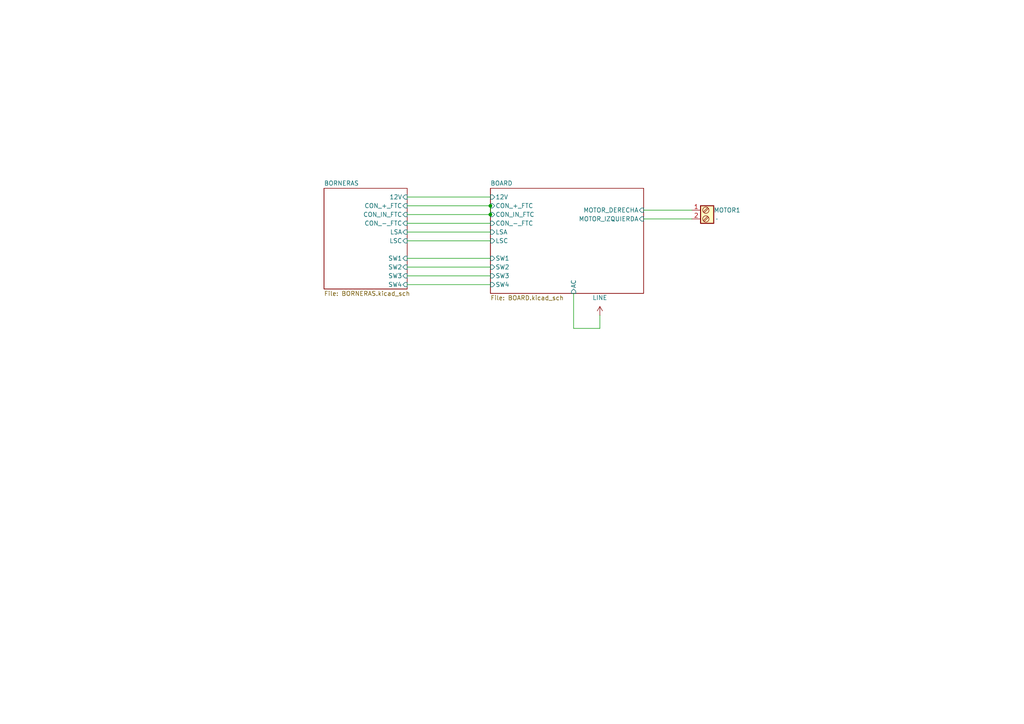
<source format=kicad_sch>
(kicad_sch
	(version 20250114)
	(generator "eeschema")
	(generator_version "9.0")
	(uuid "0074ed61-f346-42bd-a29d-d171d80548f4")
	(paper "A4")
	(lib_symbols
		(symbol "PCM_SL_Screw_Terminal:Screw_Terminal_2_P5.00mm"
			(exclude_from_sim no)
			(in_bom yes)
			(on_board yes)
			(property "Reference" "J"
				(at 0 3.81 0)
				(effects
					(font
						(size 1.27 1.27)
					)
				)
			)
			(property "Value" "Screw_Terminal_2_P5.00mm"
				(at 0 -3.81 0)
				(effects
					(font
						(size 1.27 1.27)
					)
				)
			)
			(property "Footprint" "TerminalBlock_Phoenix:TerminalBlock_Phoenix_PT-1,5-2-5.0-H_1x02_P5.00mm_Horizontal"
				(at 1.27 -6.35 0)
				(effects
					(font
						(size 1.27 1.27)
					)
					(hide yes)
				)
			)
			(property "Datasheet" ""
				(at 0 0 0)
				(effects
					(font
						(size 1.27 1.27)
					)
					(hide yes)
				)
			)
			(property "Description" ""
				(at 0 0 0)
				(effects
					(font
						(size 1.27 1.27)
					)
					(hide yes)
				)
			)
			(property "ki_keywords" "Screw Terminal"
				(at 0 0 0)
				(effects
					(font
						(size 1.27 1.27)
					)
					(hide yes)
				)
			)
			(symbol "Screw_Terminal_2_P5.00mm_0_1"
				(rectangle
					(start -1.27 2.54)
					(end 2.54 -2.54)
					(stroke
						(width 0.3)
						(type default)
					)
					(fill
						(type background)
					)
				)
				(polyline
					(pts
						(xy -0.254 0.508) (xy 1.016 1.778)
					)
					(stroke
						(width 0)
						(type default)
					)
					(fill
						(type none)
					)
				)
				(polyline
					(pts
						(xy -0.254 -2.032) (xy 1.016 -0.762)
					)
					(stroke
						(width 0)
						(type default)
					)
					(fill
						(type none)
					)
				)
				(polyline
					(pts
						(xy 0 1.27) (xy -0.508 0.762) (xy 0.762 2.032)
					)
					(stroke
						(width 0)
						(type default)
					)
					(fill
						(type none)
					)
				)
				(polyline
					(pts
						(xy 0 -1.27) (xy -0.508 -1.778) (xy 0.762 -0.508)
					)
					(stroke
						(width 0)
						(type default)
					)
					(fill
						(type none)
					)
				)
				(circle
					(center 0.254 1.27)
					(radius 0.9158)
					(stroke
						(width 0)
						(type default)
					)
					(fill
						(type none)
					)
				)
				(circle
					(center 0.254 -1.27)
					(radius 0.9158)
					(stroke
						(width 0)
						(type default)
					)
					(fill
						(type none)
					)
				)
			)
			(symbol "Screw_Terminal_2_P5.00mm_1_1"
				(pin passive line
					(at -3.81 1.27 0)
					(length 2.54)
					(name ""
						(effects
							(font
								(size 1.27 1.27)
							)
						)
					)
					(number "1"
						(effects
							(font
								(size 1.27 1.27)
							)
						)
					)
				)
				(pin passive line
					(at -3.81 -1.27 0)
					(length 2.54)
					(name ""
						(effects
							(font
								(size 1.27 1.27)
							)
						)
					)
					(number "2"
						(effects
							(font
								(size 1.27 1.27)
							)
						)
					)
				)
			)
			(embedded_fonts no)
		)
		(symbol "power:LINE"
			(power)
			(pin_numbers
				(hide yes)
			)
			(pin_names
				(offset 0)
				(hide yes)
			)
			(exclude_from_sim no)
			(in_bom yes)
			(on_board yes)
			(property "Reference" "#PWR"
				(at 0 -3.81 0)
				(effects
					(font
						(size 1.27 1.27)
					)
					(hide yes)
				)
			)
			(property "Value" "LINE"
				(at 0 3.556 0)
				(effects
					(font
						(size 1.27 1.27)
					)
				)
			)
			(property "Footprint" ""
				(at 0 0 0)
				(effects
					(font
						(size 1.27 1.27)
					)
					(hide yes)
				)
			)
			(property "Datasheet" ""
				(at 0 0 0)
				(effects
					(font
						(size 1.27 1.27)
					)
					(hide yes)
				)
			)
			(property "Description" "Power symbol creates a global label with name \"LINE\""
				(at 0 0 0)
				(effects
					(font
						(size 1.27 1.27)
					)
					(hide yes)
				)
			)
			(property "ki_keywords" "global power"
				(at 0 0 0)
				(effects
					(font
						(size 1.27 1.27)
					)
					(hide yes)
				)
			)
			(symbol "LINE_0_1"
				(polyline
					(pts
						(xy -0.762 1.27) (xy 0 2.54)
					)
					(stroke
						(width 0)
						(type default)
					)
					(fill
						(type none)
					)
				)
				(polyline
					(pts
						(xy 0 2.54) (xy 0.762 1.27)
					)
					(stroke
						(width 0)
						(type default)
					)
					(fill
						(type none)
					)
				)
				(polyline
					(pts
						(xy 0 0) (xy 0 2.54)
					)
					(stroke
						(width 0)
						(type default)
					)
					(fill
						(type none)
					)
				)
			)
			(symbol "LINE_1_1"
				(pin power_in line
					(at 0 0 90)
					(length 0)
					(name "~"
						(effects
							(font
								(size 1.27 1.27)
							)
						)
					)
					(number "1"
						(effects
							(font
								(size 1.27 1.27)
							)
						)
					)
				)
			)
			(embedded_fonts no)
		)
	)
	(junction
		(at 142.24 62.23)
		(diameter 0)
		(color 0 0 0 0)
		(uuid "9c4f8eb9-0a42-4418-8782-ec7385b3645c")
	)
	(junction
		(at 142.24 59.69)
		(diameter 0)
		(color 0 0 0 0)
		(uuid "d30a772c-de26-4ed9-a6c0-8d636fd9c78a")
	)
	(wire
		(pts
			(xy 118.11 57.15) (xy 142.24 57.15)
		)
		(stroke
			(width 0)
			(type default)
		)
		(uuid "166221ff-dc33-4bb3-a27a-dbffbee1fd84")
	)
	(wire
		(pts
			(xy 118.11 59.69) (xy 142.24 59.69)
		)
		(stroke
			(width 0)
			(type default)
		)
		(uuid "22c3b77a-9c89-41a0-98c3-c41ce8498936")
	)
	(wire
		(pts
			(xy 118.11 62.23) (xy 142.24 62.23)
		)
		(stroke
			(width 0)
			(type default)
		)
		(uuid "32a6812a-87a7-45cc-aa89-ff9cb16afd1e")
	)
	(wire
		(pts
			(xy 118.11 74.93) (xy 142.24 74.93)
		)
		(stroke
			(width 0)
			(type default)
		)
		(uuid "4cb1b806-9af8-4bc0-9c37-6215c379ce29")
	)
	(wire
		(pts
			(xy 186.69 60.96) (xy 200.66 60.96)
		)
		(stroke
			(width 0)
			(type default)
		)
		(uuid "4cce0a76-d54f-43ab-aa30-1a588a60748e")
	)
	(wire
		(pts
			(xy 118.11 82.55) (xy 142.24 82.55)
		)
		(stroke
			(width 0)
			(type default)
		)
		(uuid "53fff0dc-45c7-4f32-8742-9a33fcfc94c3")
	)
	(wire
		(pts
			(xy 118.11 80.01) (xy 142.24 80.01)
		)
		(stroke
			(width 0)
			(type default)
		)
		(uuid "5849c85b-34b1-420b-af3d-cbc200d58269")
	)
	(wire
		(pts
			(xy 118.11 69.85) (xy 142.24 69.85)
		)
		(stroke
			(width 0)
			(type default)
		)
		(uuid "7ed0f16f-8e53-4976-9af1-1d259129adc7")
	)
	(wire
		(pts
			(xy 173.99 91.44) (xy 173.99 95.25)
		)
		(stroke
			(width 0)
			(type default)
		)
		(uuid "9601fe0e-26be-42f2-a6d5-269e8e49b1df")
	)
	(wire
		(pts
			(xy 142.24 62.23) (xy 142.24 59.69)
		)
		(stroke
			(width 0)
			(type default)
		)
		(uuid "b51e5e1d-b4ed-40a2-b2dd-31e2b3aff7fd")
	)
	(wire
		(pts
			(xy 186.69 63.5) (xy 200.66 63.5)
		)
		(stroke
			(width 0)
			(type default)
		)
		(uuid "b760d144-e1c9-4a40-9588-1d8bb93c39cf")
	)
	(wire
		(pts
			(xy 118.11 64.77) (xy 142.24 64.77)
		)
		(stroke
			(width 0)
			(type default)
		)
		(uuid "b9d09b06-b744-4179-ba4b-0a8bf6d0f4da")
	)
	(wire
		(pts
			(xy 173.99 95.25) (xy 166.37 95.25)
		)
		(stroke
			(width 0)
			(type default)
		)
		(uuid "bc990a47-2449-4f31-a2b1-325ae657dbf4")
	)
	(wire
		(pts
			(xy 166.37 95.25) (xy 166.37 85.09)
		)
		(stroke
			(width 0)
			(type default)
		)
		(uuid "c21bd1ea-bfad-41ec-b65e-112213a196c6")
	)
	(wire
		(pts
			(xy 118.11 67.31) (xy 142.24 67.31)
		)
		(stroke
			(width 0)
			(type default)
		)
		(uuid "cbffdd1c-eaee-457d-978b-de2775a43ab4")
	)
	(wire
		(pts
			(xy 118.11 77.47) (xy 142.24 77.47)
		)
		(stroke
			(width 0)
			(type default)
		)
		(uuid "ec87b7d2-87e4-4e06-9817-da3ce37276d1")
	)
	(symbol
		(lib_id "power:LINE")
		(at 173.99 91.44 0)
		(unit 1)
		(exclude_from_sim no)
		(in_bom yes)
		(on_board yes)
		(dnp no)
		(fields_autoplaced yes)
		(uuid "a55b0360-1e26-45ec-a94f-91a3598afc1f")
		(property "Reference" "#PWR04"
			(at 173.99 95.25 0)
			(effects
				(font
					(size 1.27 1.27)
				)
				(hide yes)
			)
		)
		(property "Value" "LINE"
			(at 173.99 86.36 0)
			(effects
				(font
					(size 1.27 1.27)
				)
			)
		)
		(property "Footprint" ""
			(at 173.99 91.44 0)
			(effects
				(font
					(size 1.27 1.27)
				)
				(hide yes)
			)
		)
		(property "Datasheet" ""
			(at 173.99 91.44 0)
			(effects
				(font
					(size 1.27 1.27)
				)
				(hide yes)
			)
		)
		(property "Description" "Power symbol creates a global label with name \"LINE\""
			(at 173.99 91.44 0)
			(effects
				(font
					(size 1.27 1.27)
				)
				(hide yes)
			)
		)
		(pin "1"
			(uuid "31f4cc17-9147-4f9e-be2f-2d50f3e23b16")
		)
		(instances
			(project ""
				(path "/0074ed61-f346-42bd-a29d-d171d80548f4"
					(reference "#PWR04")
					(unit 1)
				)
			)
		)
	)
	(symbol
		(lib_id "PCM_SL_Screw_Terminal:Screw_Terminal_2_P5.00mm")
		(at 204.47 62.23 0)
		(unit 1)
		(exclude_from_sim no)
		(in_bom yes)
		(on_board yes)
		(dnp no)
		(uuid "d0a6be3b-74eb-46ff-9805-80e30846cf39")
		(property "Reference" "MOTOR1"
			(at 207.01 60.9599 0)
			(effects
				(font
					(size 1.27 1.27)
				)
				(justify left)
			)
		)
		(property "Value" "-"
			(at 207.01 63.4999 0)
			(effects
				(font
					(face "Verdana")
					(size 1.27 1.27)
				)
				(justify left)
			)
		)
		(property "Footprint" "TerminalBlock_Phoenix:TerminalBlock_Phoenix_PT-1,5-2-5.0-H_1x02_P5.00mm_Horizontal"
			(at 205.74 68.58 0)
			(effects
				(font
					(size 1.27 1.27)
				)
				(hide yes)
			)
		)
		(property "Datasheet" "~"
			(at 204.47 62.23 0)
			(effects
				(font
					(size 1.27 1.27)
				)
				(hide yes)
			)
		)
		(property "Description" "Generic screw terminal, single row, 01x03, script generated (kicad-library-utils/schlib/autogen/connector/)"
			(at 204.47 62.23 0)
			(effects
				(font
					(size 1.27 1.27)
				)
				(hide yes)
			)
		)
		(pin "1"
			(uuid "97561895-b3ab-46df-af28-d16d9dfa64f0")
		)
		(pin "2"
			(uuid "7d022a32-cdf7-4c85-8356-5bff5e5ef3c5")
		)
		(instances
			(project "PLACA"
				(path "/0074ed61-f346-42bd-a29d-d171d80548f4"
					(reference "MOTOR1")
					(unit 1)
				)
			)
		)
	)
	(sheet
		(at 142.24 54.61)
		(size 44.45 30.48)
		(exclude_from_sim no)
		(in_bom yes)
		(on_board yes)
		(dnp no)
		(fields_autoplaced yes)
		(stroke
			(width 0.1524)
			(type solid)
		)
		(fill
			(color 0 0 0 0.0000)
		)
		(uuid "510462ea-d4f2-4035-93d1-12ab41753ca9")
		(property "Sheetname" "BOARD"
			(at 142.24 53.8984 0)
			(effects
				(font
					(size 1.27 1.27)
				)
				(justify left bottom)
			)
		)
		(property "Sheetfile" "BOARD.kicad_sch"
			(at 142.24 85.6746 0)
			(effects
				(font
					(size 1.27 1.27)
				)
				(justify left top)
			)
		)
		(pin "12V" input
			(at 142.24 57.15 180)
			(uuid "d2a63b7a-1a67-4be4-a111-d34352421a28")
			(effects
				(font
					(size 1.27 1.27)
				)
				(justify left)
			)
		)
		(pin "AC" input
			(at 166.37 85.09 270)
			(uuid "464e78e0-8bb3-4e27-9bea-d54a39287d25")
			(effects
				(font
					(size 1.27 1.27)
				)
				(justify left)
			)
		)
		(pin "LSA" input
			(at 142.24 67.31 180)
			(uuid "5c41fa85-c5e1-4d73-9e33-aa1d5f3db669")
			(effects
				(font
					(size 1.27 1.27)
				)
				(justify left)
			)
		)
		(pin "LSC" input
			(at 142.24 69.85 180)
			(uuid "2450dc30-af3b-4a6e-812a-2f9463fc7d92")
			(effects
				(font
					(size 1.27 1.27)
				)
				(justify left)
			)
		)
		(pin "MOTOR_DERECHA" input
			(at 186.69 60.96 0)
			(uuid "ed880f9b-faa2-4f58-9cff-6740cd71be9c")
			(effects
				(font
					(size 1.27 1.27)
				)
				(justify right)
			)
		)
		(pin "MOTOR_IZQUIERDA" input
			(at 186.69 63.5 0)
			(uuid "b77888d9-f22c-4e28-984d-3165ca1e6927")
			(effects
				(font
					(size 1.27 1.27)
				)
				(justify right)
			)
		)
		(pin "SW1" input
			(at 142.24 74.93 180)
			(uuid "54bb989d-4c75-4641-82f2-9a4f19b308f5")
			(effects
				(font
					(size 1.27 1.27)
				)
				(justify left)
			)
		)
		(pin "SW2" input
			(at 142.24 77.47 180)
			(uuid "4be15fdd-aa93-45de-a86a-3e305a339fe2")
			(effects
				(font
					(size 1.27 1.27)
				)
				(justify left)
			)
		)
		(pin "SW3" input
			(at 142.24 80.01 180)
			(uuid "c01334c2-6ce3-4c3d-ab6b-8f8ff45d4faa")
			(effects
				(font
					(size 1.27 1.27)
				)
				(justify left)
			)
		)
		(pin "SW4" input
			(at 142.24 82.55 180)
			(uuid "cf1137d3-f9c4-45d6-9119-daec91e2f0eb")
			(effects
				(font
					(size 1.27 1.27)
				)
				(justify left)
			)
		)
		(pin "CON_+_FTC" input
			(at 142.24 59.69 180)
			(uuid "125201bd-b8d2-46ee-b631-6b917293f04b")
			(effects
				(font
					(size 1.27 1.27)
				)
				(justify left)
			)
		)
		(pin "CON_-_FTC" input
			(at 142.24 64.77 180)
			(uuid "457f332f-ce7a-487a-88c6-03fb6f9200ea")
			(effects
				(font
					(size 1.27 1.27)
				)
				(justify left)
			)
		)
		(pin "CON_IN_FTC" input
			(at 142.24 62.23 180)
			(uuid "550f25d5-50f8-4f05-b056-8fc370cb4ecf")
			(effects
				(font
					(size 1.27 1.27)
				)
				(justify left)
			)
		)
		(instances
			(project "PLACA"
				(path "/0074ed61-f346-42bd-a29d-d171d80548f4"
					(page "3")
				)
			)
		)
	)
	(sheet
		(at 93.98 54.61)
		(size 24.13 29.21)
		(exclude_from_sim no)
		(in_bom yes)
		(on_board yes)
		(dnp no)
		(fields_autoplaced yes)
		(stroke
			(width 0.1524)
			(type solid)
		)
		(fill
			(color 0 0 0 0.0000)
		)
		(uuid "6fce9404-e751-4708-8a73-d8c99f607843")
		(property "Sheetname" "BORNERAS"
			(at 93.98 53.8984 0)
			(effects
				(font
					(size 1.27 1.27)
				)
				(justify left bottom)
			)
		)
		(property "Sheetfile" "BORNERAS.kicad_sch"
			(at 93.98 84.4046 0)
			(effects
				(font
					(size 1.27 1.27)
				)
				(justify left top)
			)
		)
		(property "Field2" ""
			(at 93.98 54.61 0)
			(effects
				(font
					(size 1.27 1.27)
				)
			)
		)
		(pin "12V" input
			(at 118.11 57.15 0)
			(uuid "eb51969e-9d3d-4937-bf8b-4643302050ce")
			(effects
				(font
					(size 1.27 1.27)
				)
				(justify right)
			)
		)
		(pin "CON_+_FTC" input
			(at 118.11 59.69 0)
			(uuid "23454379-1616-44ca-af36-8366440470ea")
			(effects
				(font
					(size 1.27 1.27)
				)
				(justify right)
			)
		)
		(pin "CON_-_FTC" input
			(at 118.11 64.77 0)
			(uuid "f1f0ba3f-dbfb-4519-a4bb-465ef5c1b245")
			(effects
				(font
					(size 1.27 1.27)
				)
				(justify right)
			)
		)
		(pin "CON_IN_FTC" input
			(at 118.11 62.23 0)
			(uuid "f6be32fe-624a-4b11-989d-4bba399cab3c")
			(effects
				(font
					(size 1.27 1.27)
				)
				(justify right)
			)
		)
		(pin "LSA" input
			(at 118.11 67.31 0)
			(uuid "eab96c07-519a-4d6e-915b-897cdd70a58d")
			(effects
				(font
					(size 1.27 1.27)
				)
				(justify right)
			)
		)
		(pin "LSC" input
			(at 118.11 69.85 0)
			(uuid "872841fe-5388-4ce7-b604-9fb8ef879fc7")
			(effects
				(font
					(size 1.27 1.27)
				)
				(justify right)
			)
		)
		(pin "SW1" input
			(at 118.11 74.93 0)
			(uuid "db214831-894f-4035-8d3f-63abe6dd81a1")
			(effects
				(font
					(size 1.27 1.27)
				)
				(justify right)
			)
		)
		(pin "SW2" input
			(at 118.11 77.47 0)
			(uuid "0d006a2d-8e23-4714-8764-d443c48376fd")
			(effects
				(font
					(size 1.27 1.27)
				)
				(justify right)
			)
		)
		(pin "SW3" input
			(at 118.11 80.01 0)
			(uuid "c1a5b5db-01d2-4300-88e7-52548ee59d64")
			(effects
				(font
					(size 1.27 1.27)
				)
				(justify right)
			)
		)
		(pin "SW4" input
			(at 118.11 82.55 0)
			(uuid "b27ecfcb-7d0c-47ac-a742-afd0f1619eed")
			(effects
				(font
					(size 1.27 1.27)
				)
				(justify right)
			)
		)
		(instances
			(project "PLACA"
				(path "/0074ed61-f346-42bd-a29d-d171d80548f4"
					(page "2")
				)
			)
		)
	)
	(sheet_instances
		(path "/"
			(page "1")
		)
	)
	(embedded_fonts no)
)

</source>
